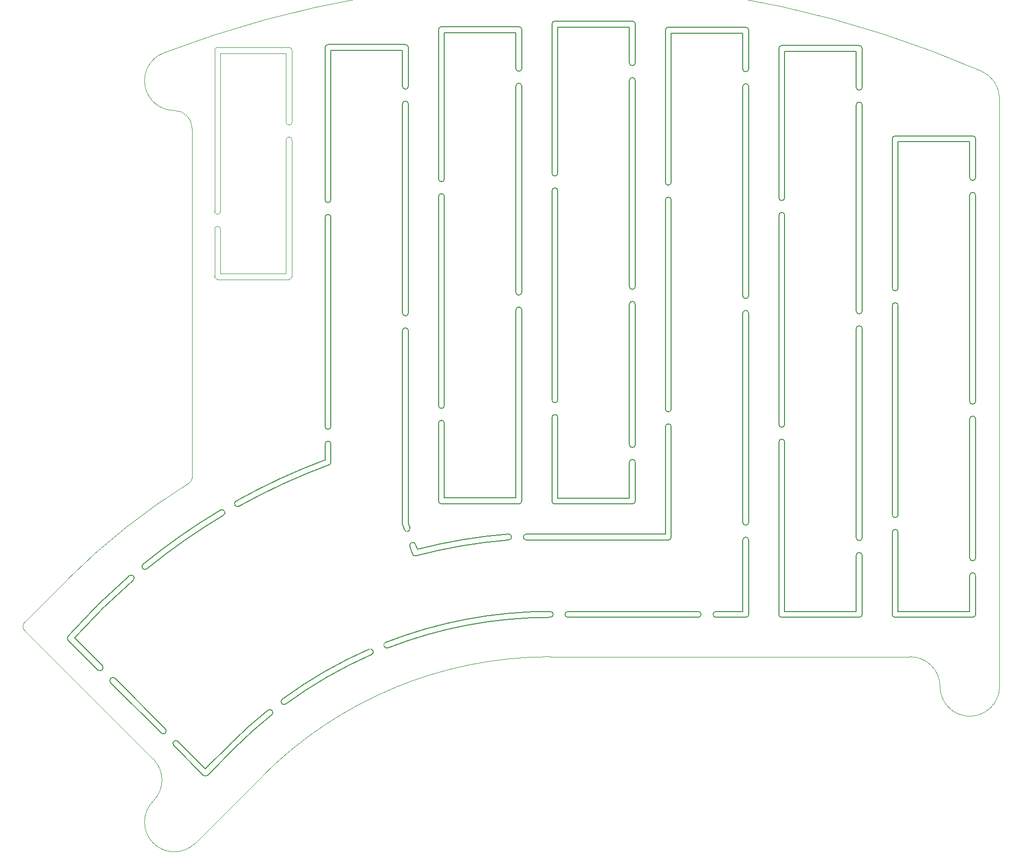
<source format=gm1>
%TF.GenerationSoftware,KiCad,Pcbnew,5.1.12-84ad8e8a86~92~ubuntu20.04.1*%
%TF.CreationDate,2021-11-17T23:27:19+01:00*%
%TF.ProjectId,LergoTopPlate_FR4_Rails_LessRouting,4c657267-6f54-46f7-9050-6c6174655f46,v1.A*%
%TF.SameCoordinates,Original*%
%TF.FileFunction,Profile,NP*%
%FSLAX46Y46*%
G04 Gerber Fmt 4.6, Leading zero omitted, Abs format (unit mm)*
G04 Created by KiCad (PCBNEW 5.1.12-84ad8e8a86~92~ubuntu20.04.1) date 2021-11-17 23:27:19*
%MOMM*%
%LPD*%
G01*
G04 APERTURE LIST*
%TA.AperFunction,Profile*%
%ADD10C,0.150000*%
%TD*%
%TA.AperFunction,Profile*%
%ADD11C,0.120000*%
%TD*%
%TA.AperFunction,Profile*%
%ADD12C,0.100000*%
%TD*%
G04 APERTURE END LIST*
D10*
X136976957Y-109587315D02*
G75*
G02*
X136950000Y-109425356I473043J161959D01*
G01*
X136976957Y-109587315D02*
X137238888Y-110354506D01*
X139221483Y-114771697D02*
G75*
G02*
X138584990Y-114403966I-134381J502112D01*
G01*
X124950000Y-99014390D02*
G75*
G02*
X124623292Y-99483212I-500000J187D01*
G01*
X182100000Y-111620000D02*
G75*
G02*
X181600000Y-112120000I-500000J0D01*
G01*
X109488801Y-106456531D02*
G75*
G02*
X124623292Y-99483212I52271580J-93537069D01*
G01*
X124950000Y-96010000D02*
X124950000Y-99014390D01*
X94041185Y-116955419D02*
G75*
G02*
X106891345Y-107957640I67719196J-83038181D01*
G01*
X81871653Y-128586176D02*
G75*
G02*
X91743051Y-118883782I79888728J-71407424D01*
G01*
X80830473Y-128251984D02*
G75*
G02*
X91100263Y-118117736I80929908J-71741616D01*
G01*
X93398397Y-116189374D02*
G75*
G02*
X106391345Y-107091614I68361984J-83804226D01*
G01*
X108820353Y-147049587D02*
X108807132Y-147036365D01*
X108113246Y-146342480D02*
X108100165Y-146329398D01*
X134498758Y-130259392D02*
X134492778Y-130244096D01*
X134116008Y-129335327D02*
X134110096Y-129320216D01*
X138215592Y-113191062D02*
X138584990Y-114403966D01*
X139221483Y-114771696D02*
G75*
G02*
X154760001Y-112120001I22538898J-85221904D01*
G01*
X134116008Y-129335327D02*
G75*
G02*
X161760001Y-124120002I27644373J-70658273D01*
G01*
X108100165Y-146329398D02*
G75*
G02*
X114380579Y-140711058I53660216J-53664202D01*
G01*
X116760640Y-138884775D02*
G75*
G02*
X131338459Y-130468267I44999741J-61108825D01*
G01*
X117369401Y-139678128D02*
G75*
G02*
X131721141Y-131392147I44390980J-60315472D01*
G01*
X164760001Y-124120001D02*
X186600000Y-124120000D01*
X108807132Y-147036365D02*
G75*
G02*
X114989341Y-141504412I52953249J-52957235D01*
G01*
X136950000Y-76960000D02*
X136950000Y-109425356D01*
X139161112Y-112865494D02*
X139444588Y-113682956D01*
X137950000Y-76960000D02*
X137950000Y-109342358D01*
X136950000Y-73960000D02*
X136950000Y-38860000D01*
X137950000Y-38860000D02*
X137950000Y-73960000D01*
X124950000Y-54910000D02*
X124950000Y-35860000D01*
X124950000Y-93010000D02*
X124950000Y-57910000D01*
X123950000Y-96010000D02*
X123950000Y-98666504D01*
X123950000Y-57910000D02*
X123950000Y-93010000D01*
X123950000Y-35860000D02*
X123950000Y-54910000D01*
X182100000Y-93090000D02*
X182100000Y-111620000D01*
X157760000Y-112120000D02*
X181600000Y-112120000D01*
X194100000Y-112140000D02*
X194100000Y-124120000D01*
X189600000Y-124120000D02*
X194100000Y-124120000D01*
X189600000Y-125120000D02*
X194600000Y-125120000D01*
X182100000Y-51990000D02*
X182100000Y-32940000D01*
X182100000Y-90090000D02*
X182100000Y-54990000D01*
X181100000Y-93090000D02*
X181100000Y-111120000D01*
X181100000Y-54990000D02*
X181100000Y-90090000D01*
X181100000Y-32940000D02*
X181100000Y-51990000D01*
X194100000Y-71040000D02*
X194100000Y-35940000D01*
X194100000Y-109140000D02*
X194100000Y-74040000D01*
X195100000Y-112140000D02*
X195100000Y-124620000D01*
X195100000Y-74040000D02*
X195100000Y-109140000D01*
X195100000Y-35940000D02*
X195100000Y-71040000D01*
X157000000Y-73460000D02*
X157000000Y-99050000D01*
X157000000Y-35860000D02*
X157000000Y-70460000D01*
X156000000Y-70460000D02*
X156000000Y-35860000D01*
X156000000Y-99050000D02*
X156000000Y-73460000D01*
X144000000Y-92510000D02*
X144000000Y-99050000D01*
X144000000Y-54410000D02*
X144000000Y-89510000D01*
X144000000Y-32860000D02*
X144000000Y-51410000D01*
X143000000Y-51410000D02*
X143000000Y-32860000D01*
X143000000Y-89510000D02*
X143000000Y-54410000D01*
X143000000Y-99050000D02*
X143000000Y-92510000D01*
X175050000Y-69500000D02*
X175050000Y-34900000D01*
X175050000Y-96070000D02*
X175050000Y-72500000D01*
X176050000Y-72500000D02*
X176050000Y-96070000D01*
X176050000Y-34900000D02*
X176050000Y-69500000D01*
X163050000Y-31900000D02*
X163050000Y-50450000D01*
X162050000Y-50450000D02*
X162050000Y-31900000D01*
X163050000Y-53450000D02*
X163050000Y-88550000D01*
X162050000Y-88550000D02*
X162050000Y-53450000D01*
X163050000Y-91550000D02*
X163050000Y-99070000D01*
X162050000Y-99070000D02*
X162050000Y-91550000D01*
X213150000Y-76620000D02*
X213150000Y-111720000D01*
X213150000Y-39020000D02*
X213150000Y-73620000D01*
X214150000Y-73620000D02*
X214150000Y-39020000D01*
X214150000Y-111720000D02*
X214150000Y-76620000D01*
X214150000Y-118120000D02*
X214150000Y-114720000D01*
X213150000Y-118120000D02*
X213150000Y-114720000D01*
X201150000Y-95670000D02*
X201150000Y-118120000D01*
X201150000Y-57570000D02*
X201150000Y-92670000D01*
X201150000Y-36020000D02*
X201150000Y-54570000D01*
X200150000Y-54570000D02*
X200150000Y-36020000D01*
X200150000Y-92670000D02*
X200150000Y-57570000D01*
X200150000Y-118120000D02*
X200150000Y-95670000D01*
X232200000Y-115120000D02*
X232200000Y-91800000D01*
X233200000Y-88800000D02*
X233200000Y-54200000D01*
X233200000Y-115120000D02*
X233200000Y-91800000D01*
X219200000Y-110850000D02*
X219200000Y-118120000D01*
X219200000Y-72750000D02*
X219200000Y-107850000D01*
X219200000Y-51200000D02*
X219200000Y-69750000D01*
X220200000Y-69750000D02*
X220200000Y-51200000D01*
X220200000Y-107850000D02*
X220200000Y-72750000D01*
X220200000Y-118120000D02*
X220200000Y-110850000D01*
X232200000Y-54200000D02*
X232200000Y-88800000D01*
X137950000Y-109342358D02*
X138184408Y-110028938D01*
X108988753Y-105590419D02*
G75*
G02*
X123950000Y-98666504I52771628J-94403181D01*
G01*
X157760000Y-111120000D02*
X181100000Y-111120000D01*
X195100000Y-124620000D02*
G75*
G02*
X194600000Y-125120000I-500000J0D01*
G01*
X139444588Y-113682956D02*
G75*
G02*
X154760001Y-111120001I22315793J-86310644D01*
G01*
X164760001Y-125120001D02*
X186600000Y-125120000D01*
X134498758Y-130259392D02*
G75*
G02*
X161760001Y-125120001I27261623J-69734208D01*
G01*
D11*
X73524848Y-127344018D02*
G75*
G02*
X73524848Y-125929804I707107J707107D01*
G01*
D12*
X95103365Y-148922535D02*
G75*
G02*
X95103365Y-155993603I-3535534J-3535534D01*
G01*
X102174433Y-163064671D02*
G75*
G02*
X95103365Y-155993603I-3535534J3535534D01*
G01*
X98641295Y-39932170D02*
G75*
G02*
X101614896Y-42905771I0J-2973601D01*
G01*
X98641295Y-39932170D02*
G75*
G02*
X96852971Y-30262004I-2396J4999999D01*
G01*
X222220381Y-131740000D02*
G75*
G02*
X227220381Y-136740000I0J-5000000D01*
G01*
X237220381Y-136740000D02*
G75*
G02*
X227220381Y-136740000I-5000000J0D01*
G01*
X101614896Y-101696929D02*
G75*
G02*
X101143092Y-102545766I-1000000J286D01*
G01*
X101614896Y-42905771D02*
X101614896Y-101696929D01*
X234214126Y-33343544D02*
G75*
G02*
X237220381Y-37928844I-1993745J-4585300D01*
G01*
X96852971Y-30262005D02*
G75*
G02*
X234214126Y-33343544I64907410J-169731595D01*
G01*
X80612709Y-118841943D02*
G75*
G02*
X101143092Y-102545766I81147672J-81151657D01*
G01*
X73524848Y-125929804D02*
X80612709Y-118841943D01*
X95103365Y-148922535D02*
X73524848Y-127344018D01*
X113500343Y-151733562D02*
X102174433Y-163064671D01*
X113500343Y-151733562D02*
G75*
G02*
X161760381Y-131743600I48260038J-48260038D01*
G01*
X161760381Y-131743600D02*
X222220381Y-131740000D01*
X237220381Y-37928844D02*
X237220381Y-136740000D01*
D10*
X87943025Y-136071754D02*
X96428306Y-144557035D01*
X88650132Y-135364647D02*
X97135413Y-143849928D01*
X81871724Y-128586239D02*
X86528811Y-133243327D01*
X99256733Y-145971249D02*
X103870605Y-150585120D01*
X98549627Y-146678355D02*
X103517052Y-151645781D01*
X80829497Y-128958226D02*
X85821705Y-133950433D01*
X104224158Y-151645781D02*
X108820353Y-147049587D01*
X103870605Y-150585120D02*
X108113246Y-146342480D01*
X87943024Y-136071753D02*
G75*
G02*
X88650132Y-135364647I353554J353553D01*
G01*
X86528811Y-133243327D02*
G75*
G02*
X85821705Y-133950433I-353553J-353553D01*
G01*
X98549627Y-146678355D02*
G75*
G02*
X99256733Y-145971249I353553J353553D01*
G01*
X97135414Y-143849929D02*
G75*
G02*
X96428306Y-144557035I-353554J-353553D01*
G01*
X80829497Y-128958225D02*
G75*
G02*
X80829497Y-128251119I353553J353553D01*
G01*
X104224159Y-151645780D02*
G75*
G02*
X103517052Y-151645781I-353554J353553D01*
G01*
X109489420Y-106457639D02*
G75*
G02*
X108989420Y-105591613I-250000J433013D01*
G01*
X106391344Y-107091613D02*
G75*
G02*
X106891344Y-107957639I250000J-433013D01*
G01*
X94041184Y-116955419D02*
G75*
G02*
X93398396Y-116189373I-321394J383023D01*
G01*
X91100262Y-118117735D02*
G75*
G02*
X91743050Y-118883781I321394J-383023D01*
G01*
X131338458Y-130468266D02*
G75*
G02*
X131721140Y-131392146I191341J-461940D01*
G01*
X134492778Y-130244096D02*
G75*
G02*
X134110096Y-129320216I-191341J461940D01*
G01*
X161760001Y-124120001D02*
G75*
G02*
X161760001Y-125120001I0J-500000D01*
G01*
X164760001Y-125120001D02*
G75*
G02*
X164760001Y-124120001I0J500000D01*
G01*
X114380578Y-140711057D02*
G75*
G02*
X114989340Y-141504411I304381J-396677D01*
G01*
X117369400Y-139678127D02*
G75*
G02*
X116760638Y-138884773I-304381J396677D01*
G01*
X124950000Y-93010000D02*
G75*
G02*
X123950000Y-93010000I-500000J0D01*
G01*
X123950000Y-96010000D02*
G75*
G02*
X124950000Y-96010000I500000J0D01*
G01*
X138215592Y-113191062D02*
G75*
G02*
X139161112Y-112865494I472760J162784D01*
G01*
X138184408Y-110028938D02*
G75*
G02*
X137238888Y-110354506I-472760J-162784D01*
G01*
X136950000Y-76960000D02*
G75*
G02*
X137950000Y-76960000I500000J0D01*
G01*
X137950000Y-73960000D02*
G75*
G02*
X136950000Y-73960000I-500000J0D01*
G01*
X124950000Y-54910000D02*
G75*
G02*
X123950000Y-54910000I-500000J0D01*
G01*
X123950000Y-57910000D02*
G75*
G02*
X124950000Y-57910000I500000J0D01*
G01*
X136950000Y-38860000D02*
G75*
G02*
X137950000Y-38860000I500000J0D01*
G01*
X137950000Y-35860000D02*
G75*
G02*
X136950000Y-35860000I-500000J0D01*
G01*
X157760000Y-112120000D02*
G75*
G02*
X157760000Y-111120000I0J500000D01*
G01*
X154760000Y-111120000D02*
G75*
G02*
X154760000Y-112120000I0J-500000D01*
G01*
X186600000Y-124120000D02*
G75*
G02*
X186600000Y-125120000I0J-500000D01*
G01*
X189600000Y-125120000D02*
G75*
G02*
X189600000Y-124120000I0J500000D01*
G01*
X182100000Y-90090000D02*
G75*
G02*
X181100000Y-90090000I-500000J0D01*
G01*
X181100000Y-93090000D02*
G75*
G02*
X182100000Y-93090000I500000J0D01*
G01*
X194100000Y-112140000D02*
G75*
G02*
X195100000Y-112140000I500000J0D01*
G01*
X195100000Y-109140000D02*
G75*
G02*
X194100000Y-109140000I-500000J0D01*
G01*
X194100000Y-74040000D02*
G75*
G02*
X195100000Y-74040000I500000J0D01*
G01*
X195100000Y-71040000D02*
G75*
G02*
X194100000Y-71040000I-500000J0D01*
G01*
X182100000Y-51990000D02*
G75*
G02*
X181100000Y-51990000I-500000J0D01*
G01*
X181100000Y-54990000D02*
G75*
G02*
X182100000Y-54990000I500000J0D01*
G01*
X194100000Y-35940000D02*
G75*
G02*
X195100000Y-35940000I500000J0D01*
G01*
X195100000Y-32940000D02*
G75*
G02*
X194100000Y-32940000I-500000J0D01*
G01*
X144000000Y-89510000D02*
G75*
G02*
X143000000Y-89510000I-500000J0D01*
G01*
X143000000Y-92510000D02*
G75*
G02*
X144000000Y-92510000I500000J0D01*
G01*
X156000000Y-73460000D02*
G75*
G02*
X157000000Y-73460000I500000J0D01*
G01*
X157000000Y-70460000D02*
G75*
G02*
X156000000Y-70460000I-500000J0D01*
G01*
X144000000Y-51410000D02*
G75*
G02*
X143000000Y-51410000I-500000J0D01*
G01*
X143000000Y-54410000D02*
G75*
G02*
X144000000Y-54410000I500000J0D01*
G01*
X156000000Y-35860000D02*
G75*
G02*
X157000000Y-35860000I500000J0D01*
G01*
X157000000Y-32860000D02*
G75*
G02*
X156000000Y-32860000I-500000J0D01*
G01*
X163050000Y-88550000D02*
G75*
G02*
X162050000Y-88550000I-500000J0D01*
G01*
X162050000Y-91550000D02*
G75*
G02*
X163050000Y-91550000I500000J0D01*
G01*
X175050000Y-99070000D02*
G75*
G02*
X176050000Y-99070000I500000J0D01*
G01*
X176050000Y-96070000D02*
G75*
G02*
X175050000Y-96070000I-500000J0D01*
G01*
X175050000Y-72500000D02*
G75*
G02*
X176050000Y-72500000I500000J0D01*
G01*
X176050000Y-69500000D02*
G75*
G02*
X175050000Y-69500000I-500000J0D01*
G01*
X163050000Y-50450000D02*
G75*
G02*
X162050000Y-50450000I-500000J0D01*
G01*
X162050000Y-53450000D02*
G75*
G02*
X163050000Y-53450000I500000J0D01*
G01*
X175050000Y-34900000D02*
G75*
G02*
X176050000Y-34900000I500000J0D01*
G01*
X176050000Y-31900000D02*
G75*
G02*
X175050000Y-31900000I-500000J0D01*
G01*
X201150000Y-92670000D02*
G75*
G02*
X200150000Y-92670000I-500000J0D01*
G01*
X200150000Y-95670000D02*
G75*
G02*
X201150000Y-95670000I500000J0D01*
G01*
X201150000Y-54570000D02*
G75*
G02*
X200150000Y-54570000I-500000J0D01*
G01*
X200150000Y-57570000D02*
G75*
G02*
X201150000Y-57570000I500000J0D01*
G01*
X213150000Y-114720000D02*
G75*
G02*
X214150000Y-114720000I500000J0D01*
G01*
X214150000Y-111720000D02*
G75*
G02*
X213150000Y-111720000I-500000J0D01*
G01*
X213150000Y-76620000D02*
G75*
G02*
X214150000Y-76620000I500000J0D01*
G01*
X214150000Y-73620000D02*
G75*
G02*
X213150000Y-73620000I-500000J0D01*
G01*
X213150000Y-39020000D02*
G75*
G02*
X214150000Y-39020000I500000J0D01*
G01*
X214150000Y-36020000D02*
G75*
G02*
X213150000Y-36020000I-500000J0D01*
G01*
X232200000Y-118120000D02*
G75*
G02*
X233200000Y-118120000I500000J0D01*
G01*
X233200000Y-115120000D02*
G75*
G02*
X232200000Y-115120000I-500000J0D01*
G01*
X220200000Y-107850000D02*
G75*
G02*
X219200000Y-107850000I-500000J0D01*
G01*
X219200000Y-110850000D02*
G75*
G02*
X220200000Y-110850000I500000J0D01*
G01*
X220200000Y-69750000D02*
G75*
G02*
X219200000Y-69750000I-500000J0D01*
G01*
X219200000Y-72750000D02*
G75*
G02*
X220200000Y-72750000I500000J0D01*
G01*
X232200000Y-91800000D02*
G75*
G02*
X233200000Y-91800000I500000J0D01*
G01*
X233200000Y-88800000D02*
G75*
G02*
X232200000Y-88800000I-500000J0D01*
G01*
X232200000Y-54200000D02*
G75*
G02*
X233200000Y-54200000I500000J0D01*
G01*
X233200000Y-51200000D02*
G75*
G02*
X232200000Y-51200000I-500000J0D01*
G01*
D11*
X117400000Y-67327500D02*
X106400000Y-67327500D01*
X106400000Y-67327500D02*
X106400000Y-59887500D01*
X117400000Y-30327500D02*
X117400000Y-41887500D01*
X106400000Y-30327500D02*
X117400000Y-30327500D01*
X105900000Y-29327500D02*
X117900000Y-29327500D01*
X118400000Y-44887500D02*
X118400000Y-67827500D01*
X117900000Y-68327500D02*
X105900000Y-68327500D01*
X105400000Y-67827500D02*
X105400000Y-59887500D01*
X106400000Y-56887500D02*
X106400000Y-30327500D01*
X105400000Y-56887500D02*
X105400000Y-29827500D01*
X118400000Y-29827500D02*
X118400000Y-41887500D01*
X117400000Y-44887500D02*
X117400000Y-67327500D01*
X117400000Y-44887500D02*
G75*
G02*
X118400000Y-44887500I500000J0D01*
G01*
X118400000Y-41887500D02*
G75*
G02*
X117400000Y-41887500I-500000J0D01*
G01*
X105400000Y-59887500D02*
G75*
G02*
X106400000Y-59887500I500000J0D01*
G01*
X106400000Y-56887500D02*
G75*
G02*
X105400000Y-56887500I-500000J0D01*
G01*
X117900000Y-29327500D02*
G75*
G02*
X118400000Y-29827500I0J-500000D01*
G01*
X105400000Y-29827500D02*
G75*
G02*
X105900000Y-29327500I500000J0D01*
G01*
X105900000Y-68327500D02*
G75*
G02*
X105400000Y-67827500I0J500000D01*
G01*
X118400000Y-67827500D02*
G75*
G02*
X117900000Y-68327500I-500000J0D01*
G01*
D10*
X157000000Y-105550000D02*
X157000000Y-99050000D01*
X143000000Y-99050000D02*
X143000000Y-105550000D01*
X143500000Y-106050000D02*
X156500000Y-106050000D01*
X144000000Y-105050000D02*
X156000000Y-105050000D01*
X156000000Y-105050000D02*
X156000000Y-99050000D01*
X144000000Y-99050000D02*
X144000000Y-105050000D01*
X157000000Y-105550000D02*
G75*
G02*
X156500000Y-106050000I-500000J0D01*
G01*
X143500000Y-106050000D02*
G75*
G02*
X143000000Y-105550000I0J500000D01*
G01*
X123950000Y-29360000D02*
X123950000Y-35860000D01*
X137950000Y-35860000D02*
X137950000Y-29360000D01*
X137450000Y-28860000D02*
X124450000Y-28860000D01*
X136950000Y-29860000D02*
X124950000Y-29860000D01*
X124950000Y-29860000D02*
X124950000Y-35860000D01*
X136950000Y-35860000D02*
X136950000Y-29860000D01*
X123950000Y-29360000D02*
G75*
G02*
X124450000Y-28860000I500000J0D01*
G01*
X137450000Y-28860000D02*
G75*
G02*
X137950000Y-29360000I0J-500000D01*
G01*
X200150000Y-29520000D02*
X200150000Y-36020000D01*
X214150000Y-36020000D02*
X214150000Y-29520000D01*
X213650000Y-29020000D02*
X200650000Y-29020000D01*
X213150000Y-30020000D02*
X201150000Y-30020000D01*
X201150000Y-30020000D02*
X201150000Y-36020000D01*
X213150000Y-36020000D02*
X213150000Y-30020000D01*
X200150000Y-29520000D02*
G75*
G02*
X200650000Y-29020000I500000J0D01*
G01*
X213650000Y-29020000D02*
G75*
G02*
X214150000Y-29520000I0J-500000D01*
G01*
X181100000Y-26440000D02*
X181100000Y-32940000D01*
X195100000Y-32940000D02*
X195100000Y-26440000D01*
X194600000Y-25940000D02*
X181600000Y-25940000D01*
X194100000Y-26940000D02*
X182100000Y-26940000D01*
X182100000Y-26940000D02*
X182100000Y-32940000D01*
X194100000Y-32940000D02*
X194100000Y-26940000D01*
X181100000Y-26440000D02*
G75*
G02*
X181600000Y-25940000I500000J0D01*
G01*
X194600000Y-25940000D02*
G75*
G02*
X195100000Y-26440000I0J-500000D01*
G01*
X162050000Y-25400000D02*
X162050000Y-31900000D01*
X176050000Y-31900000D02*
X176050000Y-25400000D01*
X175550000Y-24900000D02*
X162550000Y-24900000D01*
X175050000Y-25900000D02*
X163050000Y-25900000D01*
X163050000Y-25900000D02*
X163050000Y-31900000D01*
X175050000Y-31900000D02*
X175050000Y-25900000D01*
X162050000Y-25400000D02*
G75*
G02*
X162550000Y-24900000I500000J0D01*
G01*
X175550000Y-24900000D02*
G75*
G02*
X176050000Y-25400000I0J-500000D01*
G01*
X176050000Y-105570000D02*
X176050000Y-99070000D01*
X162050000Y-99070000D02*
X162050000Y-105570000D01*
X162550000Y-106070000D02*
X175550000Y-106070000D01*
X163050000Y-105070000D02*
X175050000Y-105070000D01*
X175050000Y-105070000D02*
X175050000Y-99070000D01*
X163050000Y-99070000D02*
X163050000Y-105070000D01*
X176050000Y-105570000D02*
G75*
G02*
X175550000Y-106070000I-500000J0D01*
G01*
X162550000Y-106070000D02*
G75*
G02*
X162050000Y-105570000I0J500000D01*
G01*
X143000000Y-26360000D02*
X143000000Y-32860000D01*
X157000000Y-32860000D02*
X157000000Y-26360000D01*
X156500000Y-25860000D02*
X143500000Y-25860000D01*
X156000000Y-26860000D02*
X144000000Y-26860000D01*
X144000000Y-26860000D02*
X144000000Y-32860000D01*
X156000000Y-32860000D02*
X156000000Y-26860000D01*
X143000000Y-26360000D02*
G75*
G02*
X143500000Y-25860000I500000J0D01*
G01*
X156500000Y-25860000D02*
G75*
G02*
X157000000Y-26360000I0J-500000D01*
G01*
X219200000Y-44700000D02*
X219200000Y-51200000D01*
X233200000Y-51200000D02*
X233200000Y-44700000D01*
X232700000Y-44200000D02*
X219700000Y-44200000D01*
X232200000Y-45200000D02*
X220200000Y-45200000D01*
X220200000Y-45200000D02*
X220200000Y-51200000D01*
X232200000Y-51200000D02*
X232200000Y-45200000D01*
X219200000Y-44700000D02*
G75*
G02*
X219700000Y-44200000I500000J0D01*
G01*
X232700000Y-44200000D02*
G75*
G02*
X233200000Y-44700000I0J-500000D01*
G01*
X233200000Y-124620000D02*
X233200000Y-118120000D01*
X219200000Y-118120000D02*
X219200000Y-124620000D01*
X219700000Y-125120000D02*
X232700000Y-125120000D01*
X220200000Y-124120000D02*
X232200000Y-124120000D01*
X232200000Y-124120000D02*
X232200000Y-118120000D01*
X220200000Y-118120000D02*
X220200000Y-124120000D01*
X233200000Y-124620000D02*
G75*
G02*
X232700000Y-125120000I-500000J0D01*
G01*
X219700000Y-125120000D02*
G75*
G02*
X219200000Y-124620000I0J500000D01*
G01*
X214150000Y-124620000D02*
X214150000Y-118120000D01*
X200150000Y-118120000D02*
X200150000Y-124620000D01*
X200650000Y-125120000D02*
X213650000Y-125120000D01*
X201150000Y-124120000D02*
X213150000Y-124120000D01*
X213150000Y-124120000D02*
X213150000Y-118120000D01*
X201150000Y-118120000D02*
X201150000Y-124120000D01*
X214150000Y-124620000D02*
G75*
G02*
X213650000Y-125120000I-500000J0D01*
G01*
X200650000Y-125120000D02*
G75*
G02*
X200150000Y-124620000I0J500000D01*
G01*
M02*

</source>
